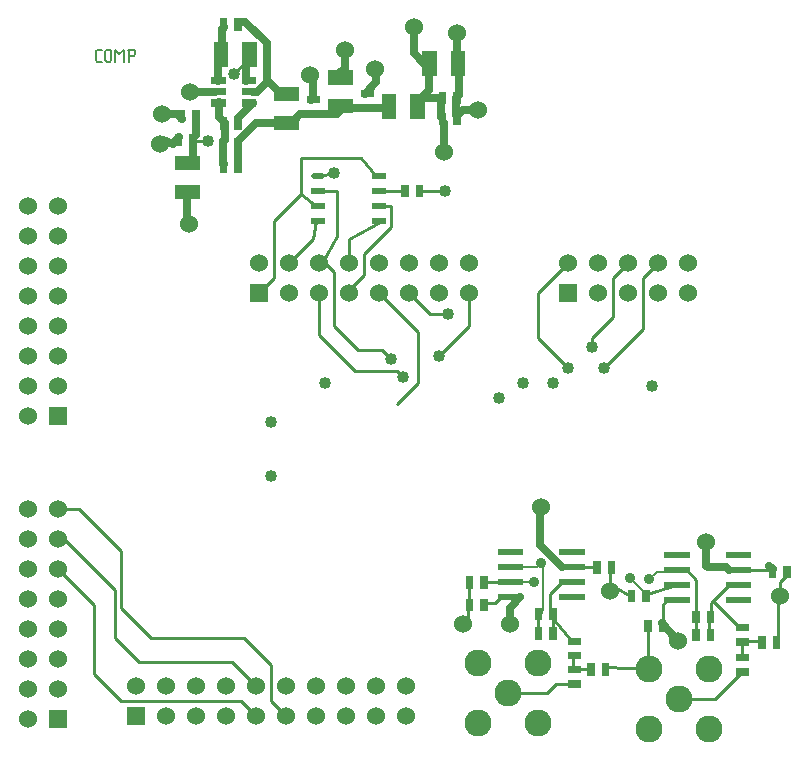
<source format=gbr>
G04 Title: TX Daughterboard, layergroup #2 *
G04 Creator: pcb-bin 1.99q *
G04 CreationDate: Fri Feb 10 03:52:58 2006 UTC *
G04 For: matt *
G04 Format: Gerber/RS-274X *
G04 PCB-Dimensions: 275000 250000 *
G04 PCB-Coordinate-Origin: lower left *
%MOIN*%
%FSLAX24Y24*%
G04 contains layers component (3) *
%IPPOS*%
%ADD11C,0.0250*%
%ADD12C,0.0080*%
%ADD13C,0.0100*%
%ADD14R,0.0240X0.0240*%
%ADD15R,0.0440X0.0440*%
%ADD16R,0.0300X0.0300*%
%ADD17C,0.0060*%
%ADD18R,0.0540X0.0540*%
%ADD19R,0.0480X0.0480*%
%ADD20R,0.0680X0.0680*%
%ADD21C,0.0720*%
%ADD22C,0.0920X0.0720*%
%ADD23C,0.0920*%
%ADD24C,0.0240*%
%ADD25C,0.0340*%
%ADD26R,0.0200X0.0200*%
%ADD27R,0.0600X0.0600*%
%ADD28R,0.0660X0.0660*%
%ADD29R,0.0900X0.0900X0.0600X0.0600*%
%ADD30R,0.0900X0.0900*%
%ADD31C,0.0600*%
%ADD32C,0.0660*%
%AMTHERM1*7,0,0,0.0900,0.0600,0.0100,45*%
%ADD33THERM1*%
%ADD34C,0.0900X0.0600*%
%ADD35C,0.0900*%
%ADD36C,0.0200*%
%ADD37C,0.1200X0.0900*%
%ADD38C,0.1200*%
%ADD39C,0.0150*%
%AMTHERM2*7,0,0,0.1200,0.0900,0.0150,45*%
%ADD40THERM2*%
%ADD41C,0.0500*%
%ADD42R,0.0500X0.0500*%
%ADD43C,0.1320*%
%ADD44C,0.1520*%
%ADD45C,0.1520X0.1320*%
%ADD46C,0.0400*%
%ADD47C,0.0600X0.0400*%
%AMTHERM3*7,0,0,0.0600,0.0400,0.0100,45*%
%ADD48THERM3*%
%ADD49C,0.0800*%
%ADD50C,0.0800X0.0600*%
%ADD51C,0.0125*%
%AMTHERM4*7,0,0,0.0800,0.0600,0.0125,45*%
%ADD52THERM4*%
%ADD53C,0.0160*%
%AMTHERM5*7,0,0,0.0800,0.0600,0.0160,45*%
%ADD54THERM5*%
%ADD55C,0.0360*%
%ADD56C,0.0560*%
%ADD57C,0.0560X0.0360*%
%LNGROUP_1*%
%LPD*%
G01X0Y0D02*
G54D13*X24610Y4240D02*X23750Y5100D01*
X23650Y5050D02*Y4650D01*
X24250Y5650D02*X23650Y5050D01*
X23600Y4650D02*Y3950D01*
X23640Y4690D02*X23600Y4650D01*
X23160Y5840D02*Y4000D01*
X22850Y6150D02*X23160Y5840D01*
X24610Y3240D02*X24700Y3330D01*
X23790Y1850D02*X24700Y2760D01*
X22600Y1850D02*X23790D01*
X18390Y4610D02*X18400Y4600D01*
X20140Y2940D02*X21650Y2850D01*
X17910Y4610D02*X17900Y4600D01*
X19050Y2850D02*Y3300D01*
X19570Y2850D02*X19050D01*
X19660Y2940D02*X19570Y2850D01*
X18500Y2350D02*X19050D01*
X18200Y2050D02*X18500Y2350D01*
X16900Y2050D02*X18200D01*
G54D11*X22040Y4390D02*X22450Y3880D01*
X23500Y6300D02*Y7100D01*
X23550Y6250D02*X23500Y6300D01*
X24150Y6250D02*X23550D01*
X24250Y6150D02*X24150Y6250D01*
X25710Y6190D02*X25600Y6300D01*
X13750Y23390D02*Y24250D01*
X14270Y22870D02*X13750Y23390D01*
X16950Y4900D02*Y4300D01*
X17300Y5250D02*X16950Y4900D01*
X14750Y21070D02*Y20100D01*
X14710Y21110D02*X14750Y21070D01*
G54D12*X17750Y5750D02*X17300D01*
X18000Y4800D02*X17950Y4650D01*
X18050Y4850D02*X18000Y4650D01*
X18050Y6350D02*Y4850D01*
X18000Y6400D02*X18050Y6350D01*
X20950Y5900D02*X21450Y5400D01*
G54D13*X21530Y5350D02*X22500Y5650D01*
X20450Y5600D02*X20950Y5300D01*
X20300Y5450D02*X20450Y5600D01*
X15600Y5200D02*Y5800D01*
X15550Y5150D02*X15600Y5200D01*
X15550Y4500D02*Y5150D01*
X15400Y4350D02*X15550Y4500D01*
X26190Y6010D02*X25950Y5770D01*
X22900Y6150D02*X22750D01*
X25360Y3840D02*X25320Y3800D01*
X25900Y3720D02*Y5300D01*
X22050Y5000D02*Y4350D01*
X22200Y5150D02*X22050Y5000D01*
X21550Y4200D02*Y2900D01*
X21560Y4210D02*X21550Y4200D01*
X24700Y3330D02*Y3750D01*
X18400Y4600D02*Y4100D01*
X25320Y3800D02*X24750D01*
X25840Y3660D02*X25900Y3720D01*
G54D11*X18700Y6250D02*X17950Y7000D01*
G54D13*X17900Y4600D02*Y4100D01*
X24900Y6150D02*X25700D01*
X20300Y6120D02*Y5450D01*
X20340Y6160D02*X20300Y6120D01*
G54D11*X17950Y7000D02*Y8250D01*
X22450Y3880D02*X22550Y3850D01*
G54D13*X18950D02*Y3800D01*
X18300Y4650D02*X18950Y3850D01*
X18300Y5350D02*Y4650D01*
X18700Y5750D02*X18300Y5350D01*
G54D12*X21600Y5850D02*X21850Y6100D01*
X18000Y6400D02*X17850Y6250D01*
X17200D01*
X21850Y6100D02*X22300D01*
G54D13*X19350Y6250D02*X19800D01*
X25950Y5770D02*Y5300D01*
X16450Y5050D02*X16050D01*
X16650Y5250D02*X16450Y5050D01*
X16650Y5750D02*X16050D01*
X7850Y22800D02*X8200Y23150D01*
X23750Y5100D02*X23700D01*
X6430Y20450D02*X6900D01*
X6390Y20410D02*X6430Y20450D01*
G54D11*X15400Y21500D02*X15850D01*
X15190Y21290D02*X15400Y21500D01*
X15200Y23260D02*Y24050D01*
X15230Y23230D02*X15200Y23260D01*
X15250Y22000D02*Y23050D01*
X15150Y21900D02*X15250Y22000D01*
X15150Y21330D02*Y21900D01*
X15190Y21290D02*X15150Y21330D01*
X14250Y22150D02*Y22900D01*
X13880Y21780D02*X14250Y22150D01*
X14650Y21900D02*Y21250D01*
X14000Y21900D02*X14650D01*
X13880Y21780D02*X14000Y21900D01*
X7250Y21250D02*Y21750D01*
X7450Y21050D02*X7250Y21250D01*
X7450Y20500D02*Y21050D01*
X7400Y20450D02*X7450Y20500D01*
X7400Y19700D02*Y20450D01*
X7410Y19690D02*X7400Y19700D01*
X11600Y21550D02*X12900D01*
X11500Y21650D02*X11600Y21550D01*
X11200Y21350D02*X11500Y21650D01*
X9960Y21350D02*X11200D01*
X9680Y21070D02*X9960Y21350D01*
X10400Y21930D02*Y22650D01*
X10310Y21840D02*X10400Y21930D01*
X11450Y22910D02*Y23400D01*
X11120Y22580D02*X11450Y22910D01*
X12500Y22430D02*Y22750D01*
X12110Y22040D02*X12500Y22430D01*
X9680Y21070D02*X9710Y21100D01*
X8500Y21050D02*X9600D01*
X7900Y20450D02*X8500Y21050D01*
X7900Y19700D02*Y20450D01*
X7890Y19690D02*X7900Y19700D01*
Y21245D02*Y21100D01*
X8385Y21730D02*X7900Y21245D01*
X8530Y22100D02*X8900Y22469D01*
X8385Y22100D02*X8530D01*
X9300Y22050D02*X9350D01*
X8850Y22500D02*X9300Y22050D01*
X8850Y23715D02*Y22500D01*
X8125Y24440D02*X8850Y23715D01*
X7890Y24440D02*X8125D01*
X8150Y23040D02*Y22450D01*
X8280Y23170D02*X8150Y23040D01*
X7235Y23135D02*Y22470D01*
X7350Y23250D02*X7235Y23135D01*
X7350Y24200D02*Y23250D01*
X7410Y24260D02*X7350Y24200D01*
X7115Y22100D02*X6500D01*
X5870Y21350D02*X5350D01*
X6010Y21210D02*X5870Y21350D01*
X5720Y20350D02*X5400Y20500D01*
X5910Y20590D02*X5720Y20350D01*
X6500Y20650D02*Y21350D01*
X6400Y20550D02*X6500Y20650D01*
X6400Y19750D02*Y20550D01*
X6380Y19730D02*X6400Y19750D01*
X6200Y17750D02*Y18750D01*
X6250Y17700D02*X6200Y17750D01*
G54D13*X9100Y15900D02*X8600Y15400D01*
X7700Y3100D02*X4600D01*
X3100Y5000D02*X1900Y6200D01*
X3800Y3900D02*Y5500D01*
X2100Y7200D02*X1900D01*
X9100Y17800D02*Y15900D01*
X14000Y18800D02*X14800D01*
X5000Y3900D02*X4000Y4900D01*
X12000Y19900D02*X12500Y19300D01*
X4000Y6800D02*X2600Y8200D01*
X10600Y19300D03*
X11100Y19400D02*X10600Y19300D01*
X10700Y18800D02*X10600D01*
X11200D02*X10700D01*
X11200Y18200D02*Y18800D01*
Y17300D02*Y18200D01*
X10700Y16400D02*X11200Y17300D01*
X13000Y18300D02*X12700D01*
X13000Y17600D02*Y18300D01*
X12100Y16700D02*X13000Y17600D01*
X12100Y16000D02*Y16700D01*
X11600Y15500D02*X12100Y16000D01*
X11600Y15400D02*Y15500D01*
Y17200D02*X12700Y17800D01*
X11600Y16400D02*Y17200D01*
X12600Y18800D02*X13400D01*
X10400Y17200D02*X10500Y17800D01*
X2600Y8200D02*X1900D01*
X9000Y3000D02*X8100Y3900D01*
X10600Y14000D02*Y15400D01*
X11800Y12800D02*X10600Y14000D01*
X13200Y12800D02*X11800D01*
X13400Y12600D02*X13200Y12800D01*
X11100Y16100D02*X10700Y16500D01*
X11100Y14300D02*Y16100D01*
X11900Y13500D02*X11100Y14300D01*
X12700Y13500D02*X11900D01*
X13000Y13200D02*X12700Y13500D01*
X15600Y14300D02*X14600Y13300D01*
X15600Y15400D02*Y14300D01*
X14300Y14700D02*X14900D01*
X13600Y15400D02*X14300Y14700D01*
X3100Y2700D02*Y5000D01*
X8500Y1300D02*X8000Y1800D01*
X3800Y5500D02*X2100Y7200D01*
X4600Y3100D02*X3800Y3900D01*
X10500Y18300D02*X10000Y18700D01*
X9600Y16400D02*X10400Y17200D01*
X10000Y18700D02*X9100Y17800D01*
X1800Y17300D02*X1900D01*
X12600Y15400D02*X13900Y14100D01*
X8000Y1800D02*X4000D01*
X9000D02*Y3000D01*
X8500Y2300D02*X7700Y3100D01*
X8100Y3900D02*X5000D01*
X13900Y12400D02*X13200Y11700D01*
X9500Y1300D02*X9000Y1800D01*
X10000Y18700D02*Y19900D01*
X13900Y14100D02*Y12400D01*
X8600Y15400D02*X8550D01*
X4000Y1800D02*X3100Y2700D01*
X4000Y4900D02*Y6800D01*
X10000Y19900D02*X10200D01*
X12000D01*
X20400Y15900D02*X20900Y16400D01*
X20400Y14600D02*Y15900D01*
X19700Y13900D02*X20400Y14600D01*
X19700Y13600D02*Y13900D01*
X21400Y15900D02*X21900Y16400D01*
X21400Y14200D02*Y15900D01*
X20100Y12900D02*X21400Y14200D01*
X17900Y15400D02*X18900Y16400D01*
X17900Y13900D02*Y15400D01*
X18900Y12900D02*X17900Y13900D01*
G04 Text: COMP *
G54D12*X3200Y23100D02*X3350D01*
X3150Y23150D02*X3200Y23100D01*
X3150Y23450D02*Y23150D01*
Y23450D02*X3200Y23500D01*
X3350D01*
X3470Y23450D02*Y23150D01*
Y23450D02*X3520Y23500D01*
X3620D01*
X3670Y23450D01*
Y23150D01*
X3620Y23100D02*X3670Y23150D01*
X3520Y23100D02*X3620D01*
X3470Y23150D02*X3520Y23100D01*
X3790Y23500D02*Y23100D01*
Y23500D02*X3940Y23350D01*
X4090Y23500D01*
Y23100D01*
X4260Y23500D02*Y23100D01*
X4210Y23500D02*X4410D01*
X4460Y23450D01*
Y23350D01*
X4410Y23300D02*X4460Y23350D01*
X4260Y23300D02*X4410D01*
G54D27*X1900Y1200D03*
G54D31*X900D03*
X1900Y2200D03*
X900D03*
X1900Y3200D03*
X900D03*
X1900Y4200D03*
X900D03*
X1900Y5200D03*
X900D03*
X1900Y6200D03*
X900D03*
X1900Y7200D03*
X900D03*
X1900Y8200D03*
X900D03*
G54D27*X4500Y1300D03*
G54D31*Y2300D03*
X5500Y1300D03*
Y2300D03*
X6500Y1300D03*
Y2300D03*
X7500Y1300D03*
Y2300D03*
X8500Y1300D03*
Y2300D03*
X9500Y1300D03*
Y2300D03*
X10500Y1300D03*
Y2300D03*
X11500Y1300D03*
Y2300D03*
X12500Y1300D03*
Y2300D03*
X13500Y1300D03*
Y2300D03*
G54D27*X18900Y15400D03*
G54D31*Y16400D03*
X19900Y15400D03*
Y16400D03*
X20900Y15400D03*
Y16400D03*
X21900Y15400D03*
Y16400D03*
X22900Y15400D03*
Y16400D03*
G54D35*X22600Y1850D03*
X21600Y850D03*
Y2850D03*
X23600Y850D03*
Y2850D03*
G54D27*X8600Y15400D03*
G54D31*Y16400D03*
X9600Y15400D03*
Y16400D03*
X10600Y15400D03*
Y16400D03*
X11600Y15400D03*
Y16400D03*
X12600Y15400D03*
Y16400D03*
X13600Y15400D03*
Y16400D03*
X14600Y15400D03*
Y16400D03*
X15600Y15400D03*
Y16400D03*
G54D35*X16900Y2050D03*
X15900Y1050D03*
Y3050D03*
X17900Y1050D03*
Y3050D03*
G54D27*X1900Y11300D03*
G54D31*X900D03*
X1900Y12300D03*
X900D03*
X1900Y13300D03*
X900D03*
X1900Y14300D03*
X900D03*
X1900Y15300D03*
X900D03*
X1900Y16300D03*
X900D03*
X1900Y17300D03*
X900D03*
X1900Y18300D03*
X900D03*
G54D46*X11100Y19400D03*
X16600Y11900D03*
X18900Y12900D03*
X20100D03*
X19700Y13600D03*
X14900Y14700D03*
X14600Y13300D03*
X13000Y13200D03*
X13400Y12600D03*
X10800Y12400D03*
X9000Y9300D03*
X18400Y12400D03*
X17400D03*
X14800Y18800D03*
X9000Y11100D03*
G54D31*X6250Y17700D03*
X5300Y20350D03*
X5350Y21350D03*
X6300Y22100D03*
X10300Y22650D03*
X11450Y23500D03*
X12450Y22850D03*
X15200Y24050D03*
X15900Y21500D03*
G54D46*X6900Y20450D03*
X7750Y22700D03*
X21700Y12300D03*
G54D31*X25950Y5300D03*
X15400Y4350D03*
X20300Y5450D03*
G54D55*X20950Y5900D03*
X21600Y5850D03*
X18000Y6400D03*
X17750Y5750D03*
G54D31*X14750Y20100D03*
X16950Y4350D03*
X13750Y24250D03*
X18000Y8250D03*
X23500Y7100D03*
X22550Y3800D03*
G54D14*X19010Y2360D02*X19190D01*
X19010Y2840D02*X19190D01*
X24610Y2760D02*X24790D01*
X24610Y3240D02*X24790D01*
X17910Y4140D02*Y3960D01*
X18390Y4140D02*Y3960D01*
X23160Y4090D02*Y3910D01*
X23640Y4090D02*Y3910D01*
X19660Y2940D02*Y2760D01*
X20140Y2940D02*Y2760D01*
X25360Y3840D02*Y3660D01*
X25840Y3840D02*Y3660D01*
G54D19*X6020Y19730D02*X6380D01*
X6020Y18770D02*X6380D01*
G54D14*X5910Y20590D02*Y20410D01*
X6390Y20590D02*Y20410D01*
X22040Y4390D02*Y4210D01*
X21560Y4390D02*Y4210D01*
X16090Y5090D02*Y4910D01*
X15610Y5090D02*Y4910D01*
X10310Y21840D02*X10490D01*
X10310Y21360D02*X10490D01*
X12110Y22040D02*X12290D01*
X12110Y21560D02*X12290D01*
G54D26*X16650Y6750D02*X17300D01*
X16650Y6250D02*X17300D01*
X16650Y5750D02*X17300D01*
X16650Y5250D02*X17300D01*
X18700D02*X19350D01*
X18700Y5750D02*X19350D01*
X18700Y6250D02*X19350D01*
X18700Y6750D02*X19350D01*
X22200Y6650D02*X22850D01*
X22200Y6150D02*X22850D01*
X22200Y5650D02*X22850D01*
X22200Y5150D02*X22850D01*
X24250D02*X24900D01*
X24250Y5650D02*X24900D01*
X24250Y6150D02*X24900D01*
X24250Y6650D02*X24900D01*
G54D19*X9320Y22030D02*X9680D01*
X9320Y21070D02*X9680D01*
X8280Y23530D02*Y23170D01*
X7320Y23530D02*Y23170D01*
G54D14*X26190Y6190D02*Y6010D01*
X25710Y6190D02*Y6010D01*
X14710Y21990D02*Y21810D01*
X15190Y21990D02*Y21810D01*
X20340Y6340D02*Y6160D01*
X19860Y6340D02*Y6160D01*
G54D19*X14270Y23230D02*Y22870D01*
X15230Y23230D02*Y22870D01*
G54D14*X14710Y21290D02*Y21110D01*
X15190Y21290D02*Y21110D01*
X7890Y20440D02*Y20260D01*
X7410Y20440D02*Y20260D01*
G54D19*X11120Y21620D02*X11480D01*
X11120Y22580D02*X11480D01*
G54D14*X6010Y21390D02*Y21210D01*
X6490Y21390D02*Y21210D01*
X7890Y24440D02*Y24260D01*
X7410Y24440D02*Y24260D01*
X18390Y4790D02*Y4610D01*
X17910Y4790D02*Y4610D01*
X23640Y4690D02*Y4510D01*
X23160Y4690D02*Y4510D01*
X7890Y19690D02*Y19510D01*
X7410Y19690D02*Y19510D01*
X19010Y3310D02*X19190D01*
X19010Y3790D02*X19190D01*
X7410Y21140D02*Y20960D01*
X7890Y21140D02*Y20960D01*
X7115Y22470D02*X7355D01*
X7115Y22100D02*X7355D01*
X7115Y21730D02*X7355D01*
X8145D02*X8385D01*
X8145Y22100D02*X8385D01*
X8145Y22470D02*X8385D01*
X24610Y3760D02*X24790D01*
X24610Y4240D02*X24790D01*
X21490Y5390D02*Y5210D01*
X21010Y5390D02*Y5210D01*
X16090Y5840D02*Y5660D01*
X15610Y5840D02*Y5660D01*
G54D19*X12920Y21780D02*Y21420D01*
X13880Y21780D02*Y21420D01*
G54D14*X13940Y18890D02*Y18710D01*
X13460Y18890D02*Y18710D01*
G54D36*X10410Y19300D02*X10690D01*
G54D26*X10410Y18800D02*X10690D01*
X10410Y18300D02*X10690D01*
X10410Y17800D02*X10690D01*
X12450D02*X12730D01*
X12450Y18300D02*X12730D01*
X12450Y18800D02*X12730D01*
X12450Y19300D02*X12730D01*
M02*

</source>
